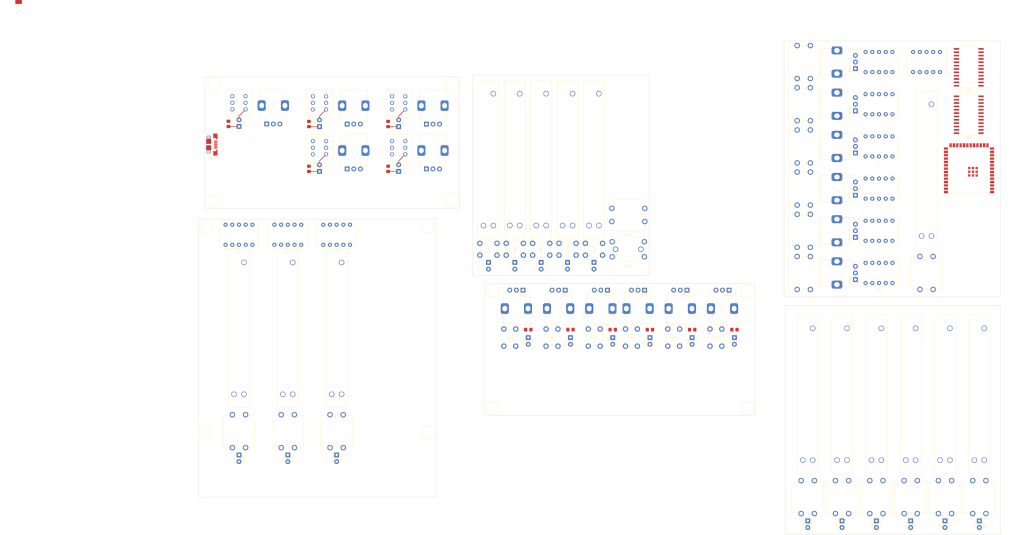
<source format=kicad_pcb>
(kicad_pcb (version 20221018) (generator pcbnew)
  (layers (0 "F.Cu" signal) (31 "B.Cu" signal) (34 "B.Paste" user) (35 "F.Paste" user) (36 "B.SilkS" user "B.Silkscreen") (37 "F.SilkS" user "F.Silkscreen") (38 "B.Mask" user) (39 "F.Mask" user) (44 "Edge.Cuts" user))
  (net 0 "")
  (net 56 "Net-(D1-K)")
  (net 57 "Net-(D1-A)")
  (net 58 "+3V3")
  (net 59 "GND")
  (net 70 "Net-(U3-GND-Pad4)")
  (footprint "Potentiometer_THT:RK09K1130AST" (layer "F.Cu") (at 317.05 103 180)
    (fp_text reference "RV1")
    (fp_text value "R_Potentiometer")
  )
  (footprint "Potentiometer_THT:RS45111A900F" (layer "F.Cu") (at 120.5 121.5 90)
    (fp_text reference "RV2" hide)
    (fp_text value "R_Potentiometer")
  )
  (footprint "LED_THT:LED_D3.0mm" (layer "F.Cu") (at 255.2 125 -90)
    (fp_text reference "D1" hide)
    (fp_text value "LED")
  )
  (footprint "Potentiometer_THT:RS45111A900F" (layer "F.Cu") (at 351 146.5 90)
    (fp_text reference "RV2" hide)
    (fp_text value "R_Potentiometer")
  )
  (footprint "LED_THT:LED_D3.0mm" (layer "F.Cu") (at 144 45 90)
    (fp_text reference "D1" hide)
    (fp_text value "LED")
  )
  (footprint "MountingHole:M3spacer9mm" (layer "F.Cu") (at 74 73)
    (fp_text reference "H2" hide)
    (fp_text value "MountingHole")
  )
  (footprint "Potentiometer_THT:RK09K1130AST" (layer "F.Cu") (at 317.05 71 180)
    (fp_text reference "RV1")
    (fp_text value "R_Potentiometer")
  )
  (footprint "MountingHole:M3spacer9mm" (layer "F.Cu") (at 155 161)
    (fp_text reference "H2" hide)
    (fp_text value "MountingHole")
  )
  (footprint "Potentiometer_THT:RK09D1130C2P" (layer "F.Cu") (at 154.5 44.05 90)
    (fp_text reference "RV3" hide)
    (fp_text value "R_Potentiometer")
  )
  (footprint "LED_THT:LED_D3.0mm" (layer "F.Cu") (at 209.1 125 -90)
    (fp_text reference "D1" hide)
    (fp_text value "LED")
  )
  (footprint "Button_Switch_THT:B3F-4055 with knob" (layer "F.Cu") (at 83.5 160.5 90)
    (fp_text reference "SW3" hide)
    (fp_text value "SW_Push")
  )
  (footprint "MountingHole:M3spacer9mm" (layer "F.Cu") (at 164 73)
    (fp_text reference "H3" hide)
    (fp_text value "MountingHole")
  )
  (footprint "LED_THT:LED_D3.0mm" (layer "F.Cu") (at 120.5 169.5 -90)
    (fp_text reference "D1" hide)
    (fp_text value "LED")
  )
  (footprint "Button_Switch_THT:SKHHCWA010" (layer "F.Cu") (at 218 91.5 180)
    (fp_text reference "SW1")
    (fp_text value "SW_Push")
  )
  (footprint "Button_Switch_THT:SPPH110900" (layer "F.Cu") (at 83.5 35.95 90)
    (fp_text reference "SW2" hide)
    (fp_text value "SW_DPDT_x2")
  )
  (footprint "LED_THT:LED_D3.0mm" (layer "F.Cu") (at 198 96.5 -90)
    (fp_text reference "D1" hide)
    (fp_text value "LED")
  )
  (footprint "Display_7Segment:FJS-2281" (layer "F.Cu") (at 326 20.5)
    (fp_text reference "U1")
    (fp_text value "DA04-11EWA")
  )
  (footprint "Potentiometer_THT:RK09K1130AST" (layer "F.Cu") (at 317.05 23 180)
    (fp_text reference "RV1")
    (fp_text value "R_Potentiometer")
  )
  (footprint "LED_THT:LED_D3.0mm" (layer "F.Cu") (at 325 194.5 -90)
    (fp_text reference "D1" hide)
    (fp_text value "LED")
  )
  (footprint "Button_Switch_THT:B3F-4055 with knob" (layer "F.Cu") (at 364 185.5 90)
    (fp_text reference "SW3" hide)
    (fp_text value "SW_Push")
  )
  (footprint "Package_SO:SOIC-24W_7.5x15.4mm_P1.27mm" (layer "F.Cu") (at 360 22.5 180)
    (fp_text reference "U3")
    (fp_text value "MAX7219")
  )
  (footprint "LED_THT:LED_D3.0mm" (layer "F.Cu") (at 188 96.5 -90)
    (fp_text reference "D1" hide)
    (fp_text value "LED")
  )
  (footprint "Potentiometer_THT:RS45111A900F" (layer "F.Cu") (at 344 61.5 90)
    (fp_text reference "RV2" hide)
    (fp_text value "R_Potentiometer")
  )
  (footprint "Button_Switch_THT:B3F-4055 with knob" (layer "F.Cu") (at 297.5 52.5 -90)
    (fp_text reference "SW3" hide)
    (fp_text value "SW_Push")
  )
  (footprint "Potentiometer_THT:RK09K1130AST" (layer "F.Cu") (at 223.1 107 -90)
    (fp_text reference "RV1")
    (fp_text value "R_Potentiometer")
  )
  (footprint "Potentiometer_THT:RS45111A900F" (layer "F.Cu") (at 325 146.5 90)
    (fp_text reference "RV2" hide)
    (fp_text value "R_Potentiometer")
  )
  (footprint "Potentiometer_THT:RS45111A900F" (layer "F.Cu") (at 299 146.5 90)
    (fp_text reference "RV2" hide)
    (fp_text value "R_Potentiometer")
  )
  (footprint "MountingHole:M3spacer9mm" (layer "F.Cu") (at 155 83)
    (fp_text reference "H2" hide)
    (fp_text value "MountingHole")
  )
  (footprint "LED_THT:LED_D3.0mm" (layer "F.Cu") (at 218 96.5 -90)
    (fp_text reference "D1" hide)
    (fp_text value "LED")
  )
  (footprint "LED_THT:LED_D3.0mm" (layer "F.Cu") (at 178 96.5 -90)
    (fp_text reference "D1" hide)
    (fp_text value "LED")
  )
  (footprint "Button_Switch_THT:B3F-4055 with knob" (layer "F.Cu") (at 231 78.5)
    (fp_text reference "SW3")
    (fp_text value "SW_Push")
  )
  (footprint "Potentiometer_THT:RK09K1130AST" (layer "F.Cu") (at 207.1 107 -90)
    (fp_text reference "RV1")
    (fp_text value "R_Potentiometer")
  )
  (footprint "Potentiometer_THT:RS45111A900F" (layer "F.Cu") (at 364 146.5 90)
    (fp_text reference "RV2" hide)
    (fp_text value "R_Potentiometer")
  )
  (footprint "LED_THT:LED_D3.0mm" (layer "F.Cu") (at 351 194.5 -90)
    (fp_text reference "D1" hide)
    (fp_text value "LED")
  )
  (footprint "Resistor_SMD:R_0805_2012Metric_Pad1.20x1.40mm_HandSolder" (layer "F.Cu") (at 110 44 90)
    (fp_text reference "R1" hide)
    (fp_text value "R")
  )
  (footprint "Potentiometer_THT:RK09K1130AST" (layer "F.Cu") (at 269.2 107 -90)
    (fp_text reference "RV1")
    (fp_text value "R_Potentiometer")
  )
  (footprint "Button_Switch_THT:B3F-4055 with knob" (layer "F.Cu") (at 120.5 160.5 90)
    (fp_text reference "SW3" hide)
    (fp_text value "SW_Push")
  )
  (footprint "Button_Switch_THT:B3F-4055 with knob" (layer "F.Cu") (at 325 185.5 90)
    (fp_text reference "SW3" hide)
    (fp_text value "SW_Push")
  )
  (footprint "Package_QFP:ESP32-S3-WROOM-1" (layer "F.Cu") (at 368.85 69.82 180)
    (fp_text reference "U5" hide)
    (fp_text value "ESP32-S3-WROOM-1")
  )
  (footprint "Potentiometer_THT:RS45111A900F" (layer "F.Cu") (at 102 121.5 90)
    (fp_text reference "RV2" hide)
    (fp_text value "R_Potentiometer")
  )
  (footprint "Potentiometer_THT:RS45111A900F" (layer "F.Cu") (at 208 57.5 90)
    (fp_text reference "RV2" hide)
    (fp_text value "R_Potentiometer")
  )
  (footprint "Button_Switch_THT:SKHHCWA010" (layer "F.Cu") (at 178 91.5 180)
    (fp_text reference "SW1")
    (fp_text value "SW_Push")
  )
  (footprint "Display_7Segment:FJS-2281" (layer "F.Cu") (at 326 68.5)
    (fp_text reference "U1")
    (fp_text value "DA04-11EWA")
  )
  (footprint "Potentiometer_THT:RK09K1130AST" (layer "F.Cu") (at 317.05 39 180)
    (fp_text reference "RV1")
    (fp_text value "R_Potentiometer")
  )
  (footprint "Button_Switch_THT:SKHHCWA010" (layer "F.Cu") (at 186.1 125 90)
    (fp_text reference "SW1")
    (fp_text value "SW_Push")
  )
  (footprint "MountingHole:M3spacer9mm" (layer "F.Cu") (at 71 160.949178)
    (fp_text reference "H2" hide)
    (fp_text value "MountingHole")
  )
  (footprint "Potentiometer_THT:RS45111A900F" (layer "F.Cu") (at 198 57.5 90)
    (fp_text reference "RV2" hide)
    (fp_text value "R_Potentiometer")
  )
  (footprint "Button_Switch_THT:B3F-4055 with knob" (layer "F.Cu") (at 351 185.5 90)
    (fp_text reference "SW3" hide)
    (fp_text value "SW_Push")
  )
  (footprint "Resistor_SMD:R_0805_2012Metric_Pad1.20x1.40mm_HandSolder" (layer "F.Cu") (at 255.2 122 180)
    (fp_text reference "R1" hide)
    (fp_text value "R")
  )
  (footprint "LED_THT:LED_D3.0mm" (layer "F.Cu") (at 102 169.5 -90)
    (fp_text reference "D1" hide)
    (fp_text value "LED")
  )
  (footprint "Button_Switch_THT:B3F-4055 with knob" (layer "F.Cu") (at 102 160.5 90)
    (fp_text reference "SW3" hide)
    (fp_text value "SW_Push")
  )
  (footprint "Resistor_SMD:R_0805_2012Metric_Pad1.20x1.40mm_HandSolder" (layer "F.Cu") (at 110 61 90)
    (fp_text reference "R1" hide)
    (fp_text value "R")
  )
  (footprint "MountingHole:M3spacer9mm" (layer "F.Cu") (at 276 107.5)
    (fp_text reference "H4" hide)
    (fp_text value "MountingHole")
  )
  (footprint "Potentiometer_THT:RS45111A900F" (layer "F.Cu") (at 188 57.5 90)
    (fp_text reference "RV2" hide)
    (fp_text value "R_Potentiometer")
  )
  (footprint "Button_Switch_THT:SPPH110900" (layer "F.Cu") (at 144 53 90)
    (fp_text reference "SW2" hide)
    (fp_text value "SW_DPDT_x2")
  )
  (footprint "Display_7Segment:FJS-2281" (layer "F.Cu") (at 120.5 86)
    (fp_text reference "U1")
    (fp_text value "DA04-11EWA")
  )
  (footprint "MountingHole:M3spacer9mm" (layer "F.Cu") (at 179.5 151.5)
    (fp_text reference "H2" hide)
    (fp_text value "MountingHole")
  )
  (footprint "LED_THT:LED_D3.0mm" (layer "F.Cu") (at 299 194.5 -90)
    (fp_text reference "D1" hide)
    (fp_text value "LED")
  )
  (footprint "LED_THT:LED_D3.0mm" (layer "F.Cu") (at 338 194.5 -90)
    (fp_text reference "D1" hide)
    (fp_text value "LED")
  )
  (footprint "Display_7Segment:FJS-2281" (layer "F.Cu") (at 83.5 86)
    (fp_text reference "U1")
    (fp_text value "DA04-11EWA")
  )
  (footprint "Button_Switch_THT:B3F-4055 with knob" (layer "F.Cu") (at 338 185.5 90)
    (fp_text reference "SW3" hide)
    (fp_text value "SW_Push")
  )
  (footprint "Potentiometer_THT:RS45111A900F" (layer "F.Cu") (at 178 57.5 90)
    (fp_text reference "RV2" hide)
    (fp_text value "R_Potentiometer")
  )
  (footprint "MountingHole:M3spacer9mm" (layer "F.Cu") (at 74 29)
    (fp_text reference "H1" hide)
    (fp_text value "MountingHole")
  )
  (footprint "Resistor_SMD:R_0805_2012Metric_Pad1.20x1.40mm_HandSolder" (layer "F.Cu") (at 225.1 122 180)
    (fp_text reference "R1" hide)
    (fp_text value "R")
  )
  (footprint "Package_SO:SOIC-24W_7.5x15.4mm_P1.27mm" (layer "F.Cu") (at 360 40.5 180)
    (fp_text reference "U3")
    (fp_text value "MAX7219")
  )
  (footprint "Display_7Segment:FJS-2281" (layer "F.Cu") (at 344 20.5)
    (fp_text reference "U1")
    (fp_text value "DA04-11EWA")
  )
  (footprint "Button_Switch_THT:SKHHCWA010" (layer "F.Cu") (at 248.2 125 90)
    (fp_text reference "SW1")
    (fp_text value "SW_Push")
  )
  (footprint "Potentiometer_THT:RK09K1130AST" (layer "F.Cu") (at 317.05 87 180)
    (fp_text reference "RV1")
    (fp_text value "R_Potentiometer")
  )
  (footprint "Display_7Segment:FJS-2281" (layer "F.Cu") (at 326 52.5)
    (fp_text reference "U1")
    (fp_text value "DA04-11EWA")
  )
  (footprint "LED_THT:LED_D3.0mm" (layer "F.Cu") (at 312 194.5 -90)
    (fp_text reference "D1" hide)
    (fp_text value "LED")
  )
  (footprint "MountingHole:M3spacer9mm" (layer "F.Cu") (at 164 29)
    (fp_text reference "H4" hide)
    (fp_text value "MountingHole")
  )
  (footprint "Resistor_SMD:R_0805_2012Metric_Pad1.20x1.40mm_HandSolder" (layer "F.Cu") (at 193.1 122 180)
    (fp_text reference "R1" hide)
    (fp_text value "R")
  )
  (footprint "Button_Switch_THT:SPPH110900" (layer "F.Cu") (at 114 53 90)
    (fp_text reference "SW2" hide)
    (fp_text value "SW_DPDT_x2")
  )
  (footprint "Potentiometer_THT:RK09K1130AST" (layer "F.Cu") (at 237.2 107 -90)
    (fp_text reference "RV1")
    (fp_text value "R_Potentiometer")
  )
  (footprint "Resistor_SMD:R_0805_2012Metric_Pad1.20x1.40mm_HandSolder" (layer "F.Cu") (at 140 44 90)
    (fp_text reference "R1" hide)
    (fp_text value "R")
  )
  (footprint "Button_Switch_THT:B3F-4055 with knob" (layer "F.Cu") (at 297.5 36.5 -90)
    (fp_text reference "SW3" hide)
    (fp_text value "SW_Push")
  )
  (footprint "LED_THT:LED_D3.0mm" (layer "F.Cu") (at 114 62 90)
    (fp_text reference "D1" hide)
    (fp_text value "LED")
  )
  (footprint "MountingHole:M3spacer9mm" (layer "F.Cu") (at 71 83)
    (fp_text reference "H2" hide)
    (fp_text value "MountingHole")
  )
  (footprint "Display_7Segment:FJS-2281" (layer "F.Cu") (at 326 100.5)
    (fp_text reference "U1")
    (fp_text value "DA04-11EWA")
  )
  (footprint "Resistor_SMD:R_0805_2012Metric_Pad1.20x1.40mm_HandSolder" (layer "F.Cu") (at 271.2 122 180)
    (fp_text reference "R1" hide)
    (fp_text value "R")
  )
  (footprint "Potentiometer_THT:RS45111A900F" (layer "F.Cu") (at 218 57.5 90)
    (fp_text reference "RV2" hide)
    (fp_text value "R_Potentiometer")
  )
  (footprint "Button_Switch_THT:SPPH110900" (layer "F.Cu") (at 114 36 90)
    (fp_text reference "SW2" hide)
    (fp_text value "SW_DPDT_x2")
  )
  (footprint "Potentiometer_THT:RK09D1130C2P" (layer "F.Cu") (at 124.5 44.05 90)
    (fp_text reference "RV3" hide)
    (fp_text value "R_Potentiometer")
  )
  (footprint "LED_THT:LED_D3.0mm" (layer "F.Cu") (at 271.2 125 -90)
    (fp_text reference "D1" hide)
    (fp_text value "LED")
  )
  (footprint "Display_7Segment:FJS-2281" (layer "F.Cu") (at 326 36.5)
    (fp_text reference "U1")
    (fp_text value "DA04-11EWA")
  )
  (footprint "Button_Switch_THT:B3F-4055 with knob" (layer "F.Cu") (at 297.5 84.5 -90)
    (fp_text reference "SW3" hide)
    (fp_text value "SW_Push")
  )
  (footprint "Resistor_SMD:R_0805_2012Metric_Pad1.20x1.40mm_HandSolder" (layer "F.Cu") (at 209.1 122 180)
    (fp_text reference "R1" hide)
    (fp_text value "R")
  )
  (footprint "Button_Switch_THT:B3F-4055 with knob" (layer "F.Cu") (at 297.5 68.5 -90)
    (fp_text reference "SW3" hide)
    (fp_text value "SW_Push")
  )
  (footprint "LED_THT:LED_D3.0mm" (layer "F.Cu") (at 364 194.5 -90)
    (fp_text reference "D1" hide)
    (fp_text value "LED")
  )
  (footprint "LED_THT:LED_D3.0mm" (layer "F.Cu") (at 114 45 90)
    (fp_text reference "D1" hide)
    (fp_text value "LED")
  )
  (footprint "LED_THT:LED_D3.0mm" (layer "F.Cu") (at 83.5 44.95 90)
    (fp_text reference "D1" hide)
    (fp_text value "LED")
  )
  (footprint "Button_Switch_THT:B3F-4055 with knob" (layer "F.Cu") (at 299 185.5 90)
    (fp_text reference "SW3" hide)
    (fp_text value "SW_Push")
  )
  (footprint "Display_7Segment:FJS-2281" (layer "F.Cu") (at 326 84.5)
    (fp_text reference "U1")
    (fp_text value "DA04-11EWA")
  )
  (footprint "Button_Switch_THT:B3F-4055 with knob" (layer "F.Cu") (at 344 100.5 -90)
    (fp_text reference "SW3" hide)
    (fp_text value "SW_Push")
  )
  (footprint "LED_THT:LED_D3.0mm" (layer "F.Cu") (at 225.1 125 -90)
    (fp_text reference "D1" hide)
    (fp_text value "LED")
  )
  (footprint "Button_Switch_THT:SKHHCWA010" (layer "F.Cu") (at 232.2 125 90)
    (fp_text reference "SW1")
    (fp_text value "SW_Push")
  )
  (footprint "Button_Switch_THT:B3F-4055 with knob" (layer "F.Cu") (at 312 185.5 90)
    (fp_text reference "SW3" hide)
    (fp_text value "SW_Push")
  )
  (footprint "Button_Switch_THT:SKHHCWA010" (layer "F.Cu") (at 202.1 125 90)
    (fp_text reference "SW1")
    (fp_text value "SW_Push")
  )
  (footprint "Potentiometer_THT:RS45111A900F" (layer "F.Cu") (at 83.5 121.5 90)
    (fp_text reference "RV2" hide)
    (fp_text value "R_Potentiometer")
  )
  (footprint "MountingHole:M3spacer9mm" (layer "F.Cu") (at 276 151.5)
    (fp_text reference "H3" hide)
    (fp_text value "MountingHole")
  )
  (footprint "Resistor_SMD:R_0805_2012Metric_Pad1.20x1.40mm_HandSolder" (layer "F.Cu") (at 140 61 90)
    (fp_text reference "R1" hide)
    (fp_text value "R")
  )
  (footprint "LED_THT:LED_D3.0mm" (layer "F.Cu") (at 193.1 125 -90)
    (fp_text reference "D1" hide)
    (fp_text value "LED")
  )
  (footprint "Potentiometer_THT:RK09D1130C2P" (layer "F.Cu") (at 94 44 90)
    (fp_text reference "RV3" hide)
    (fp_text value "R_Potentiometer")
  )
  (footprint "Button_Switch_THT:SKHHCWA010" (layer "F.Cu") (at 188 91.5 180)
    (fp_text reference "SW1")
    (fp_text value "SW_Push")
  )
  (footprint "LED_THT:LED_D3.0mm" (layer "F.Cu") (at 239.2 125 -90)
    (fp_text reference "D1" hide)
    (fp_text value "LED")
  )
  (footprint "LED_THT:LED_D3.0mm" (layer "F.Cu") (at 208 96.5 -90)
    (fp_text reference "D1" hide)
    (fp_text value "LED")
  )
  (footprint "Potentiometer_THT:RK09K1130AST" (layer "F.Cu") (at 253.2 107 -90)
    (fp_text reference "RV1")
    (fp_text value "R_Potentiometer")
  )
  (footprint "Display_7Segment:FJS-2281" (layer "F.Cu") (at 102 86)
    (fp_text reference "U1")
    (fp_text value "DA04-11EWA")
  )
  (footprint "Button_Switch_THT:SKHHCWA010" (layer "F.Cu") (at 198 91.5 180)
    (fp_text reference "SW1")
    (fp_text value "SW_Push")
  )
  (footprint "Button_Switch_THT:SKHHCWA010" (layer "F.Cu") (at 264.2 125 90)
    (fp_text reference "SW1")
    (fp_text value "SW_Push")
  )
  (footprint "Potentiometer_THT:RK09D1130C2P" (layer "F.Cu") (at 154.5 61.05 90)
    (fp_text reference "RV3" hide)
    (fp_text value "R_Potentiometer")
  )
  (footprint "LED_THT:LED_D3.0mm" (layer "F.Cu") (at 144 62 90)
    (fp_text reference "D1" hide)
    (fp_text value "LED")
  )
  (footprint "TestPoint:Test point 2.5x1.5" (layer "F.Cu") (at 0 -0.025)
    (fp_text reference "REF**")
    (fp_text value "Test point 2.5x1.5")
  )
  (footprint "Button_Switch_THT:SKHHCWA010" (layer "F.Cu") (at 208 91.5 180)
    (fp_text reference "SW1")
    (fp_text value "SW_Push")
  )
  (footprint "Potentiometer_THT:RK09K1130AST" (layer "F.Cu") (at 317.05 55 180)
    (fp_text reference "RV1")
    (fp_text value "R_Potentiometer")
  )
  (footprint "LED_THT:LED_D3.0mm" (layer "F.Cu") (at 83.5 169.5 -90)
    (fp_text reference "D1" hide)
    (fp_text value "LED")
  )
  (footprint "Button_Switch_THT:SKHHCWA010" (layer "F.Cu") (at 218.1 125 90)
    (fp_text reference "SW1")
    (fp_text value "SW_Push")
  )
  (footprint "Connector_USB:USB_Micro-B_XKB_U254-051T-4BH83-F1S" (layer "F.Cu") (at 72.39 51.8 -90)
    (fp_text reference "J1")
    (fp_text value "USB_B_Micro")
  )
  (footprint "Potentiometer_THT:RS45111A900F" (layer "F.Cu") (at 312 146.5 90)
    (fp_text reference "RV2" hide)
    (fp_text value "R_Potentiometer")
  )
  (footprint "Potentiometer_THT:RK09D1130C2P" (layer "F.Cu") (at 124.5 61.05 90)
    (fp_text reference "RV3" hide)
    (fp_text value "R_Potentiometer")
  )
  (footprint "Button_Switch_THT:B3F-4055 with knob" (layer "F.Cu") (at 297.5 100.5 -90)
    (fp_text reference "SW3" hide)
    (fp_text value "SW_Push")
  )
  (footprint "Button_Switch_THT:SPPH110900" (layer "F.Cu") (at 144 36 90)
    (fp_text reference "SW2" hide)
    (fp_text value "SW_DPDT_x2")
  )
  (footprint "Potentiometer_THT:RS45111A900F" (layer "F.Cu") (at 338 146.5 90)
    (fp_text reference "RV2" hide)
    (fp_text value "R_Potentiometer")
  )
  (footprint "Potentiometer_THT:RK09K1130AST" (layer "F.Cu") (at 191.1 107 -90)
    (fp_text reference "RV1")
    (fp_text value "R_Potentiometer")
  )
  (footprint "Resistor_SMD:R_0805_2012Metric_Pad1.20x1.40mm_HandSolder" (layer "F.Cu") (at 79.5 43.95 90)
    (fp_text reference "R1" hide)
    (fp_text value "R")
  )
  (footprint "Button_Switch_THT:SPEF110100" (layer "F.Cu") (at 231 91.5)
    (fp_text reference "SW5")
    (fp_text value "SW_DPDT_x2")
  )
  (footprint "Button_Switch_THT:B3F-4055 with knob" (layer "F.Cu") (at 297.5 20.5 -90)
    (fp_text reference "SW3" hide)
    (fp_text value "SW_Push")
  )
  (footprint "MountingHole:M3spacer9mm" (layer "F.Cu") (at 179.5 107.5)
    (fp_text reference "H1" hide)
    (fp_text value "MountingHole")
  )
  (footprint "Resistor_SMD:R_0805_2012Metric_Pad1.20x1.40mm_HandSolder" (layer "F.Cu") (at 239.2 122 180)
    (fp_text reference "R1" hide)
    (fp_text value "R")
  )
  (gr_rect (start 70.5 26) (end 167 76) (stroke (width 0.1)) (fill none) (layer "Edge.Cuts"))
  (gr_rect (start 176.5 104.5) (end 279 154.5) (stroke (width 0.1)) (fill none) (layer "Edge.Cuts"))
  (gr_rect (start 172 25.5) (end 239 101.5) (stroke (width 0.1)) (fill none) (layer "Edge.Cuts"))
  (gr_rect (start 68.13 80) (end 158.13 185.5) (stroke (width 0.1)) (fill none) (layer "Edge.Cuts"))
  (gr_rect (start 290.5 112.775) (end 372 199.775) (stroke (width 0.1)) (fill none) (layer "Edge.Cuts"))
  (gr_rect (start 290 12.5) (end 372 109.5) (stroke (width 0.1)) (fill none) (layer "Edge.Cuts"))
  (segment (start 110 62) (end 114 62) (width 0.25) (layer "F.Cu") (net 56))
  (segment (start 140 45) (end 144 45) (width 0.25) (layer "F.Cu") (net 56))
  (segment (start 79.5 44.95) (end 83.5 44.95) (width 0.25) (layer "F.Cu") (net 56))
  (segment (start 140 62) (end 144 62) (width 0.25) (layer "F.Cu") (net 56))
  (segment (start 110 45) (end 114 45) (width 0.25) (layer "F.Cu") (net 56))
  (segment (start 114 58) (end 114 59.46) (width 0.25) (layer "F.Cu") (net 57))
  (segment (start 86 38.45) (end 83.5 40.95) (width 0.25) (layer "F.Cu") (net 57))
  (segment (start 83.5 40.95) (end 83.5 42.41) (width 0.25) (layer "F.Cu") (net 57))
  (segment (start 116.5 38.5) (end 114 41) (width 0.25) (layer "F.Cu") (net 57))
  (segment (start 146.5 38.5) (end 144 41) (width 0.25) (layer "F.Cu") (net 57))
  (segment (start 144 41) (end 144 42.46) (width 0.25) (layer "F.Cu") (net 57))
  (segment (start 114 41) (end 114 42.46) (width 0.25) (layer "F.Cu") (net 57))
  (segment (start 116.5 55.5) (end 114 58) (width 0.25) (layer "F.Cu") (net 57))
  (segment (start 146.5 55.5) (end 144 58) (width 0.25) (layer "F.Cu") (net 57))
  (segment (start 144 58) (end 144 59.46) (width 0.25) (layer "F.Cu") (net 57))
)
</source>
